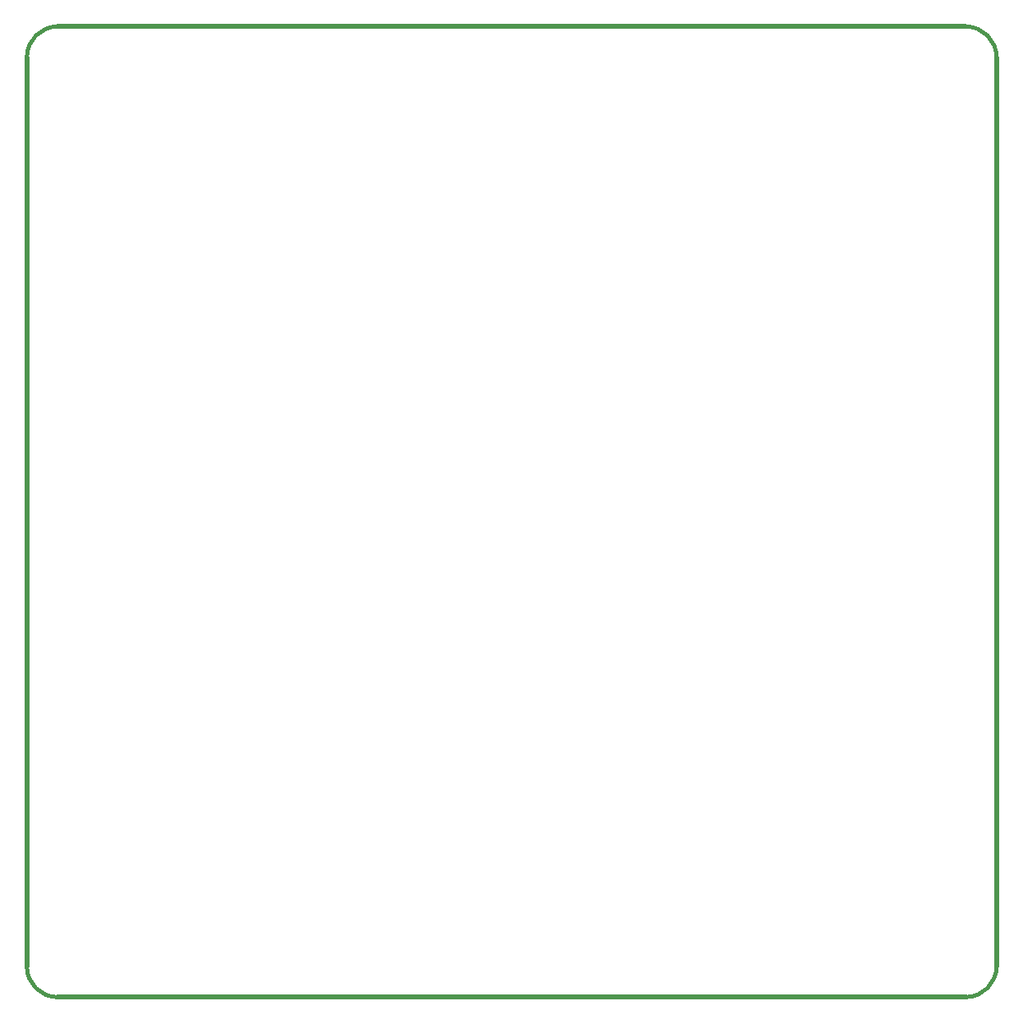
<source format=gm1>
G04*
G04 #@! TF.GenerationSoftware,Altium Limited,Altium Designer,18.1.9 (240)*
G04*
G04 Layer_Color=16711935*
%FSLAX25Y25*%
%MOIN*%
G70*
G01*
G75*
%ADD10C,0.02000*%
%ADD11C,0.01500*%
D10*
X390131Y378601D02*
X390131Y9600D01*
X8930Y391100D02*
X377630D01*
X8930Y-2900D02*
X377930D01*
X-3570Y378600D02*
X-3570Y9600D01*
D11*
X390130Y378601D02*
G03*
X377630Y391101I-12500J0D01*
G01*
X377631Y-2900D02*
G03*
X390131Y9600I0J12500D01*
G01*
X-3570D02*
G03*
X8930Y-2900I12500J0D01*
G01*
Y391100D02*
G03*
X-3570Y378600I0J-12500D01*
G01*
M02*

</source>
